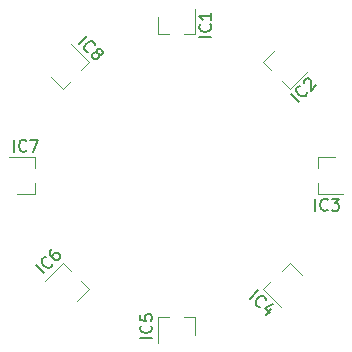
<source format=gto>
G04 #@! TF.FileFunction,Legend,Top*
%FSLAX46Y46*%
G04 Gerber Fmt 4.6, Leading zero omitted, Abs format (unit mm)*
G04 Created by KiCad (PCBNEW 4.0.4-stable) date Thursday, December 08, 2016 'AMt' 10:27:16 AM*
%MOMM*%
%LPD*%
G01*
G04 APERTURE LIST*
%ADD10C,0.100000*%
%ADD11C,0.120000*%
%ADD12C,0.150000*%
G04 APERTURE END LIST*
D10*
D11*
X134599828Y-120115370D02*
X133942218Y-120772979D01*
X132365370Y-122349828D02*
X133022979Y-121692218D01*
X132365370Y-122349828D02*
X133892721Y-123877178D01*
X134599828Y-120115370D02*
X135632203Y-121147746D01*
X126580000Y-124740000D02*
X125650000Y-124740000D01*
X123420000Y-124740000D02*
X124350000Y-124740000D01*
X123420000Y-124740000D02*
X123420000Y-126900000D01*
X126580000Y-124740000D02*
X126580000Y-126200000D01*
X123420000Y-100760000D02*
X124350000Y-100760000D01*
X126580000Y-100760000D02*
X125650000Y-100760000D01*
X126580000Y-100760000D02*
X126580000Y-98600000D01*
X123420000Y-100760000D02*
X123420000Y-99300000D01*
X132365370Y-103150172D02*
X133022979Y-103807782D01*
X134599828Y-105384630D02*
X133942218Y-104727021D01*
X134599828Y-105384630D02*
X136127178Y-103857279D01*
X132365370Y-103150172D02*
X133397746Y-102117797D01*
X136990000Y-111170000D02*
X136990000Y-112100000D01*
X136990000Y-114330000D02*
X136990000Y-113400000D01*
X136990000Y-114330000D02*
X139150000Y-114330000D01*
X136990000Y-111170000D02*
X138450000Y-111170000D01*
X117634630Y-122349828D02*
X116977021Y-121692218D01*
X115400172Y-120115370D02*
X116057782Y-120772979D01*
X115400172Y-120115370D02*
X113872822Y-121642721D01*
X117634630Y-122349828D02*
X116602254Y-123382203D01*
X113010000Y-114330000D02*
X113010000Y-113400000D01*
X113010000Y-111170000D02*
X113010000Y-112100000D01*
X113010000Y-111170000D02*
X110850000Y-111170000D01*
X113010000Y-114330000D02*
X111550000Y-114330000D01*
X115400172Y-105384630D02*
X116057782Y-104727021D01*
X117634630Y-103150172D02*
X116977021Y-103807782D01*
X117634630Y-103150172D02*
X116107279Y-101622822D01*
X115400172Y-105384630D02*
X114367797Y-104352254D01*
D12*
X131242081Y-123167378D02*
X131949188Y-122460271D01*
X132050203Y-123840813D02*
X131982859Y-123840813D01*
X131848172Y-123773470D01*
X131780829Y-123706126D01*
X131713485Y-123571439D01*
X131713485Y-123436752D01*
X131747157Y-123335737D01*
X131848172Y-123167378D01*
X131949188Y-123066362D01*
X132117546Y-122965347D01*
X132218561Y-122931675D01*
X132353248Y-122931675D01*
X132487936Y-122999020D01*
X132555279Y-123066363D01*
X132622623Y-123201050D01*
X132622623Y-123268393D01*
X133060356Y-124042843D02*
X132588951Y-124514248D01*
X133161370Y-123605110D02*
X132487935Y-123941828D01*
X132925668Y-124379561D01*
X122952381Y-126476190D02*
X121952381Y-126476190D01*
X122857143Y-125428571D02*
X122904762Y-125476190D01*
X122952381Y-125619047D01*
X122952381Y-125714285D01*
X122904762Y-125857143D01*
X122809524Y-125952381D01*
X122714286Y-126000000D01*
X122523810Y-126047619D01*
X122380952Y-126047619D01*
X122190476Y-126000000D01*
X122095238Y-125952381D01*
X122000000Y-125857143D01*
X121952381Y-125714285D01*
X121952381Y-125619047D01*
X122000000Y-125476190D01*
X122047619Y-125428571D01*
X121952381Y-124523809D02*
X121952381Y-125000000D01*
X122428571Y-125047619D01*
X122380952Y-125000000D01*
X122333333Y-124904762D01*
X122333333Y-124666666D01*
X122380952Y-124571428D01*
X122428571Y-124523809D01*
X122523810Y-124476190D01*
X122761905Y-124476190D01*
X122857143Y-124523809D01*
X122904762Y-124571428D01*
X122952381Y-124666666D01*
X122952381Y-124904762D01*
X122904762Y-125000000D01*
X122857143Y-125047619D01*
X127952381Y-100976190D02*
X126952381Y-100976190D01*
X127857143Y-99928571D02*
X127904762Y-99976190D01*
X127952381Y-100119047D01*
X127952381Y-100214285D01*
X127904762Y-100357143D01*
X127809524Y-100452381D01*
X127714286Y-100500000D01*
X127523810Y-100547619D01*
X127380952Y-100547619D01*
X127190476Y-100500000D01*
X127095238Y-100452381D01*
X127000000Y-100357143D01*
X126952381Y-100214285D01*
X126952381Y-100119047D01*
X127000000Y-99976190D01*
X127047619Y-99928571D01*
X127952381Y-98976190D02*
X127952381Y-99547619D01*
X127952381Y-99261905D02*
X126952381Y-99261905D01*
X127095238Y-99357143D01*
X127190476Y-99452381D01*
X127238095Y-99547619D01*
X135417378Y-106507919D02*
X134710271Y-105800812D01*
X136090813Y-105699797D02*
X136090813Y-105767141D01*
X136023470Y-105901828D01*
X135956126Y-105969171D01*
X135821439Y-106036515D01*
X135686752Y-106036515D01*
X135585737Y-106002843D01*
X135417378Y-105901828D01*
X135316362Y-105800812D01*
X135215347Y-105632454D01*
X135181675Y-105531439D01*
X135181675Y-105396752D01*
X135249020Y-105262064D01*
X135316363Y-105194721D01*
X135451050Y-105127377D01*
X135518393Y-105127377D01*
X135787767Y-104858004D02*
X135787767Y-104790660D01*
X135821439Y-104689645D01*
X135989798Y-104521286D01*
X136090813Y-104487614D01*
X136158157Y-104487614D01*
X136259172Y-104521286D01*
X136326515Y-104588629D01*
X136393859Y-104723316D01*
X136393859Y-105531439D01*
X136831592Y-105093706D01*
X136773810Y-115702381D02*
X136773810Y-114702381D01*
X137821429Y-115607143D02*
X137773810Y-115654762D01*
X137630953Y-115702381D01*
X137535715Y-115702381D01*
X137392857Y-115654762D01*
X137297619Y-115559524D01*
X137250000Y-115464286D01*
X137202381Y-115273810D01*
X137202381Y-115130952D01*
X137250000Y-114940476D01*
X137297619Y-114845238D01*
X137392857Y-114750000D01*
X137535715Y-114702381D01*
X137630953Y-114702381D01*
X137773810Y-114750000D01*
X137821429Y-114797619D01*
X138154762Y-114702381D02*
X138773810Y-114702381D01*
X138440476Y-115083333D01*
X138583334Y-115083333D01*
X138678572Y-115130952D01*
X138726191Y-115178571D01*
X138773810Y-115273810D01*
X138773810Y-115511905D01*
X138726191Y-115607143D01*
X138678572Y-115654762D01*
X138583334Y-115702381D01*
X138297619Y-115702381D01*
X138202381Y-115654762D01*
X138154762Y-115607143D01*
X113841844Y-121012385D02*
X113134737Y-120305278D01*
X114515279Y-120204263D02*
X114515279Y-120271607D01*
X114447936Y-120406294D01*
X114380592Y-120473637D01*
X114245905Y-120540981D01*
X114111218Y-120540981D01*
X114010203Y-120507309D01*
X113841844Y-120406294D01*
X113740828Y-120305278D01*
X113639813Y-120136920D01*
X113606141Y-120035905D01*
X113606141Y-119901218D01*
X113673486Y-119766530D01*
X113740829Y-119699187D01*
X113875516Y-119631843D01*
X113942859Y-119631843D01*
X114481607Y-118958408D02*
X114346920Y-119093096D01*
X114313248Y-119194111D01*
X114313248Y-119261455D01*
X114346920Y-119429813D01*
X114447935Y-119598172D01*
X114717309Y-119867546D01*
X114818325Y-119901218D01*
X114885668Y-119901218D01*
X114986683Y-119867546D01*
X115121371Y-119732859D01*
X115155043Y-119631843D01*
X115155043Y-119564500D01*
X115121371Y-119463485D01*
X114953012Y-119295126D01*
X114851996Y-119261454D01*
X114784653Y-119261454D01*
X114683638Y-119295126D01*
X114548950Y-119429813D01*
X114515278Y-119530828D01*
X114515278Y-119598172D01*
X114548951Y-119699188D01*
X111273810Y-110702381D02*
X111273810Y-109702381D01*
X112321429Y-110607143D02*
X112273810Y-110654762D01*
X112130953Y-110702381D01*
X112035715Y-110702381D01*
X111892857Y-110654762D01*
X111797619Y-110559524D01*
X111750000Y-110464286D01*
X111702381Y-110273810D01*
X111702381Y-110130952D01*
X111750000Y-109940476D01*
X111797619Y-109845238D01*
X111892857Y-109750000D01*
X112035715Y-109702381D01*
X112130953Y-109702381D01*
X112273810Y-109750000D01*
X112321429Y-109797619D01*
X112654762Y-109702381D02*
X113321429Y-109702381D01*
X112892857Y-110702381D01*
X116737615Y-101591844D02*
X117444722Y-100884737D01*
X117545737Y-102265279D02*
X117478393Y-102265279D01*
X117343706Y-102197936D01*
X117276363Y-102130592D01*
X117209019Y-101995905D01*
X117209019Y-101861218D01*
X117242691Y-101760203D01*
X117343706Y-101591844D01*
X117444722Y-101490828D01*
X117613080Y-101389813D01*
X117714095Y-101356141D01*
X117848782Y-101356141D01*
X117983470Y-101423486D01*
X118050813Y-101490829D01*
X118118157Y-101625516D01*
X118118157Y-101692859D01*
X118286515Y-102332622D02*
X118252843Y-102231607D01*
X118252843Y-102164263D01*
X118286515Y-102063248D01*
X118320187Y-102029576D01*
X118421202Y-101995905D01*
X118488545Y-101995905D01*
X118589561Y-102029576D01*
X118724248Y-102164264D01*
X118757920Y-102265279D01*
X118757920Y-102332623D01*
X118724248Y-102433638D01*
X118690577Y-102467309D01*
X118589561Y-102500981D01*
X118522218Y-102500981D01*
X118421203Y-102467309D01*
X118286515Y-102332622D01*
X118185500Y-102298950D01*
X118118157Y-102298950D01*
X118017141Y-102332623D01*
X117882454Y-102467309D01*
X117848782Y-102568325D01*
X117848782Y-102635668D01*
X117882454Y-102736683D01*
X118017141Y-102871371D01*
X118118157Y-102905043D01*
X118185500Y-102905043D01*
X118286515Y-102871371D01*
X118421202Y-102736684D01*
X118454874Y-102635668D01*
X118454874Y-102568325D01*
X118421203Y-102467309D01*
M02*

</source>
